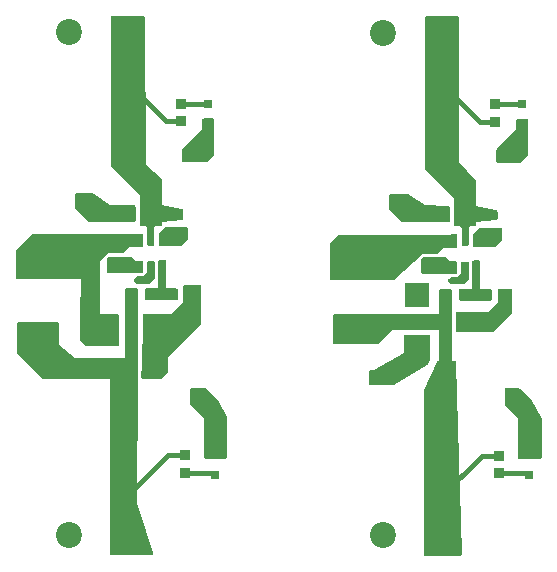
<source format=gtl>
%TF.GenerationSoftware,KiCad,Pcbnew,9.0.0-1.fc41*%
%TF.CreationDate,2025-02-24T21:26:29+02:00*%
%TF.ProjectId,LGS5145 Voltage Regulator,4c475335-3134-4352-9056-6f6c74616765,rev?*%
%TF.SameCoordinates,Original*%
%TF.FileFunction,Copper,L1,Top*%
%TF.FilePolarity,Positive*%
%FSLAX46Y46*%
G04 Gerber Fmt 4.6, Leading zero omitted, Abs format (unit mm)*
G04 Created by KiCad (PCBNEW 9.0.0-1.fc41) date 2025-02-24 21:26:29*
%MOMM*%
%LPD*%
G01*
G04 APERTURE LIST*
%TA.AperFunction,SMDPad,CuDef*%
%ADD10R,0.530000X0.990000*%
%TD*%
%TA.AperFunction,SMDPad,CuDef*%
%ADD11R,0.860000X0.810000*%
%TD*%
%TA.AperFunction,SMDPad,CuDef*%
%ADD12R,0.810000X0.860000*%
%TD*%
%TA.AperFunction,SMDPad,CuDef*%
%ADD13R,0.900000X0.800000*%
%TD*%
%TA.AperFunction,SMDPad,CuDef*%
%ADD14R,1.410000X1.350000*%
%TD*%
%TA.AperFunction,SMDPad,CuDef*%
%ADD15R,3.500000X2.350000*%
%TD*%
%TA.AperFunction,SMDPad,CuDef*%
%ADD16R,2.000000X2.000000*%
%TD*%
%TA.AperFunction,SMDPad,CuDef*%
%ADD17R,0.800000X0.900000*%
%TD*%
%TA.AperFunction,SMDPad,CuDef*%
%ADD18R,0.800000X0.800000*%
%TD*%
%TA.AperFunction,ComponentPad*%
%ADD19C,2.200000*%
%TD*%
%TA.AperFunction,ViaPad*%
%ADD20C,0.600000*%
%TD*%
%TA.AperFunction,Conductor*%
%ADD21C,0.400000*%
%TD*%
%TA.AperFunction,Conductor*%
%ADD22C,0.200000*%
%TD*%
%ADD23C,0.300000*%
%ADD24C,0.350000*%
G04 APERTURE END LIST*
D10*
%TO.P,U1,6,SW*%
%TO.N,Net-(D1-K)*%
X215600000Y-65625000D03*
%TO.P,U1,5,VIN*%
%TO.N,/VIN*%
X216550000Y-65625000D03*
%TO.P,U1,4,EN*%
%TO.N,Net-(U1-EN)*%
X217500000Y-65625000D03*
%TO.P,U1,3,FB*%
%TO.N,Net-(U1-FB)*%
X217500000Y-67925000D03*
%TO.P,U1,2,GND*%
%TO.N,/GND*%
X216550000Y-67925000D03*
%TO.P,U1,1,BST*%
%TO.N,Net-(U1-BST)*%
X215600000Y-67925000D03*
%TD*%
D11*
%TO.P,R3,2,2*%
%TO.N,Net-(U1-EN)*%
X218850000Y-65000000D03*
%TO.P,R3,1,1*%
%TO.N,/VIN*%
X218850000Y-63500000D03*
%TD*%
D12*
%TO.P,R1,2,2*%
%TO.N,/VOUT*%
X215000000Y-70225000D03*
%TO.P,R1,1,1*%
%TO.N,Net-(U1-FB)*%
X216500000Y-70225000D03*
%TD*%
D13*
%TO.P,C3,2,2*%
%TO.N,Net-(D1-K)*%
X213500000Y-66225000D03*
%TO.P,C3,1,1*%
%TO.N,Net-(U1-BST)*%
X213500000Y-67625000D03*
%TD*%
D14*
%TO.P,C1,2,2*%
%TO.N,/VIN*%
X216550000Y-63400000D03*
%TO.P,C1,1,1*%
%TO.N,/GND*%
X214550000Y-63400000D03*
%TD*%
D15*
%TO.P,L1,2,2*%
%TO.N,Net-(D1-K)*%
X207350000Y-67070000D03*
%TO.P,L1,1,1*%
%TO.N,/VOUT*%
X207350000Y-73130000D03*
%TD*%
D16*
%TO.P,D1,2,A*%
%TO.N,/GND*%
X212500000Y-74650000D03*
%TO.P,D1,1,K*%
%TO.N,Net-(D1-K)*%
X212500000Y-70250000D03*
%TD*%
D12*
%TO.P,R2,2,2*%
%TO.N,Net-(U1-FB)*%
X218400000Y-70225000D03*
%TO.P,R2,1,1*%
%TO.N,/GND*%
X219900000Y-70225000D03*
%TD*%
D17*
%TO.P,C2,2,2*%
%TO.N,/VOUT*%
X214950000Y-72450000D03*
%TO.P,C2,1,1*%
%TO.N,/GND*%
X216350000Y-72450000D03*
%TD*%
D11*
%TO.P,R4,1,1*%
%TO.N,Net-(LED1-A)*%
X219100000Y-54100000D03*
%TO.P,R4,2,2*%
%TO.N,/VIN*%
X219100000Y-55600000D03*
%TD*%
D18*
%TO.P,LED2,1,A*%
%TO.N,Net-(LED2-A)*%
X222000000Y-85500000D03*
%TO.P,LED2,2,K*%
%TO.N,/GND*%
X222000000Y-83800000D03*
%TD*%
D11*
%TO.P,R5,1,1*%
%TO.N,Net-(LED2-A)*%
X219400000Y-85350000D03*
%TO.P,R5,2,2*%
%TO.N,/VOUT*%
X219400000Y-83850000D03*
%TD*%
D19*
%TO.P,U3,1,1*%
%TO.N,/GND*%
X209600000Y-90600000D03*
%TO.P,U3,2,2*%
%TO.N,/VOUT*%
X214600000Y-90600000D03*
%TD*%
%TO.P,U2,1,1*%
%TO.N,/VIN*%
X214600000Y-48050000D03*
%TO.P,U2,2,2*%
%TO.N,/GND*%
X209600000Y-48050000D03*
%TD*%
D18*
%TO.P,LED1,1,A*%
%TO.N,Net-(LED1-A)*%
X221350000Y-54100000D03*
%TO.P,LED1,2,K*%
%TO.N,/GND*%
X221350000Y-55800000D03*
%TD*%
D16*
%TO.P,D1,1,K*%
%TO.N,Net-(D1-K)*%
X185900000Y-73150000D03*
%TO.P,D1,2,A*%
%TO.N,/GND*%
X190300000Y-73150000D03*
%TD*%
D14*
%TO.P,C1,1,1*%
%TO.N,/GND*%
X187950000Y-63350000D03*
%TO.P,C1,2,2*%
%TO.N,/VIN*%
X189950000Y-63350000D03*
%TD*%
D13*
%TO.P,C3,2,2*%
%TO.N,Net-(D1-K)*%
X186900000Y-66175000D03*
%TO.P,C3,1,1*%
%TO.N,Net-(U1-BST)*%
X186900000Y-67575000D03*
%TD*%
D12*
%TO.P,R1,1,1*%
%TO.N,Net-(U1-FB)*%
X189900000Y-70175000D03*
%TO.P,R1,2,2*%
%TO.N,/VOUT*%
X188400000Y-70175000D03*
%TD*%
D17*
%TO.P,C2,2,2*%
%TO.N,/VOUT*%
X188200000Y-76575000D03*
%TO.P,C2,1,1*%
%TO.N,/GND*%
X189600000Y-76575000D03*
%TD*%
D12*
%TO.P,R2,1,1*%
%TO.N,/GND*%
X193300000Y-70175000D03*
%TO.P,R2,2,2*%
%TO.N,Net-(U1-FB)*%
X191800000Y-70175000D03*
%TD*%
D11*
%TO.P,R3,1,1*%
%TO.N,/VIN*%
X192250000Y-63450000D03*
%TO.P,R3,2,2*%
%TO.N,Net-(U1-EN)*%
X192250000Y-64950000D03*
%TD*%
D10*
%TO.P,U1,6,SW*%
%TO.N,Net-(D1-K)*%
X189000000Y-65575000D03*
%TO.P,U1,5,VIN*%
%TO.N,/VIN*%
X189950000Y-65575000D03*
%TO.P,U1,4,EN*%
%TO.N,Net-(U1-EN)*%
X190900000Y-65575000D03*
%TO.P,U1,3,FB*%
%TO.N,Net-(U1-FB)*%
X190900000Y-67875000D03*
%TO.P,U1,2,GND*%
%TO.N,/GND*%
X189950000Y-67875000D03*
%TO.P,U1,1,BST*%
%TO.N,Net-(U1-BST)*%
X189000000Y-67875000D03*
%TD*%
D15*
%TO.P,L1,2,2*%
%TO.N,Net-(D1-K)*%
X180400000Y-67700000D03*
%TO.P,L1,1,1*%
%TO.N,/VOUT*%
X180400000Y-73760000D03*
%TD*%
D18*
%TO.P,LED1,2,K*%
%TO.N,/GND*%
X194750000Y-55750000D03*
%TO.P,LED1,1,A*%
%TO.N,Net-(LED1-A)*%
X194750000Y-54050000D03*
%TD*%
D19*
%TO.P,U2,1,1*%
%TO.N,/VIN*%
X188000000Y-48000000D03*
%TO.P,U2,2,2*%
%TO.N,/GND*%
X183000000Y-48000000D03*
%TD*%
D11*
%TO.P,R5,2,2*%
%TO.N,/VOUT*%
X192800000Y-83800000D03*
%TO.P,R5,1,1*%
%TO.N,Net-(LED2-A)*%
X192800000Y-85300000D03*
%TD*%
%TO.P,R4,2,2*%
%TO.N,/VIN*%
X192500000Y-55550000D03*
%TO.P,R4,1,1*%
%TO.N,Net-(LED1-A)*%
X192500000Y-54050000D03*
%TD*%
D18*
%TO.P,LED2,1,A*%
%TO.N,Net-(LED2-A)*%
X195400000Y-85450000D03*
%TO.P,LED2,2,K*%
%TO.N,/GND*%
X195400000Y-83750000D03*
%TD*%
D19*
%TO.P,U3,1,1*%
%TO.N,/GND*%
X183000000Y-90550000D03*
%TO.P,U3,2,2*%
%TO.N,/VOUT*%
X188000000Y-90550000D03*
%TD*%
D20*
%TO.N,/GND*%
X211950000Y-76100000D03*
X211150000Y-76600000D03*
X210200000Y-77100000D03*
X209050000Y-77350000D03*
X219500000Y-71850000D03*
X218850000Y-72350000D03*
X218000000Y-72500000D03*
X221400000Y-79050000D03*
X220400000Y-78650000D03*
X220600000Y-79450000D03*
X219700000Y-58450000D03*
X220500000Y-58450000D03*
X221300000Y-58450000D03*
X184350000Y-62400000D03*
X185100000Y-63000000D03*
X189025000Y-68975000D03*
X189675000Y-68950000D03*
X192825000Y-72600000D03*
X186050000Y-63300000D03*
X193350000Y-71925000D03*
X192250000Y-73250000D03*
X194000000Y-79400000D03*
X194800000Y-79000000D03*
X193800000Y-78600000D03*
X194700000Y-58400000D03*
X193900000Y-58400000D03*
X193100000Y-58400000D03*
X210950000Y-62450000D03*
X211700000Y-63050000D03*
X212650000Y-63350000D03*
X215625000Y-69025000D03*
X216275000Y-69000000D03*
%TD*%
D21*
%TO.N,/VOUT*%
X214550000Y-87300000D02*
X214550000Y-90600000D01*
D22*
%TO.N,Net-(LED2-A)*%
X221850000Y-85350000D02*
X222000000Y-85500000D01*
D21*
%TO.N,/VOUT*%
X218000000Y-83850000D02*
X214550000Y-87300000D01*
%TO.N,/VIN*%
X217850000Y-55600000D02*
X214600000Y-52350000D01*
X219100000Y-55600000D02*
X217850000Y-55600000D01*
%TO.N,/VOUT*%
X219400000Y-83850000D02*
X218000000Y-83850000D01*
%TO.N,Net-(LED1-A)*%
X219100000Y-54100000D02*
X221350000Y-54100000D01*
%TO.N,Net-(LED2-A)*%
X219400000Y-85350000D02*
X221850000Y-85350000D01*
%TO.N,/VIN*%
X214600000Y-52350000D02*
X214600000Y-48050000D01*
%TO.N,Net-(LED2-A)*%
X192800000Y-85300000D02*
X195250000Y-85300000D01*
D22*
X195250000Y-85300000D02*
X195400000Y-85450000D01*
D21*
%TO.N,/VOUT*%
X192800000Y-83800000D02*
X191400000Y-83800000D01*
X191400000Y-83800000D02*
X187950000Y-87250000D01*
X187950000Y-87250000D02*
X187950000Y-90550000D01*
%TO.N,/VIN*%
X192500000Y-55550000D02*
X191250000Y-55550000D01*
X188000000Y-52300000D02*
X188000000Y-48000000D01*
X191250000Y-55550000D02*
X188000000Y-52300000D01*
%TO.N,Net-(LED1-A)*%
X192500000Y-54050000D02*
X194750000Y-54050000D01*
%TD*%
%TA.AperFunction,Conductor*%
%TO.N,/GND*%
G36*
X185096679Y-61669685D02*
G01*
X185098267Y-61670722D01*
X186521160Y-62616209D01*
X188527968Y-62648063D01*
X188594687Y-62668809D01*
X188639598Y-62722332D01*
X188650000Y-62772047D01*
X188650000Y-63926000D01*
X188630315Y-63993039D01*
X188577511Y-64038794D01*
X188526000Y-64050000D01*
X184726362Y-64050000D01*
X184659323Y-64030315D01*
X184638681Y-64013681D01*
X183536319Y-62911319D01*
X183502834Y-62849996D01*
X183500000Y-62823638D01*
X183500000Y-61774000D01*
X183519685Y-61706961D01*
X183572489Y-61661206D01*
X183624000Y-61650000D01*
X185029640Y-61650000D01*
X185096679Y-61669685D01*
G37*
%TD.AperFunction*%
%TD*%
%TA.AperFunction,Conductor*%
%TO.N,Net-(U1-EN)*%
G36*
X193043039Y-64519685D02*
G01*
X193088794Y-64572489D01*
X193100000Y-64624000D01*
X193100000Y-65448638D01*
X193080315Y-65515677D01*
X193063681Y-65536319D01*
X192536319Y-66063681D01*
X192474996Y-66097166D01*
X192448638Y-66100000D01*
X190724000Y-66100000D01*
X190656961Y-66080315D01*
X190611206Y-66027511D01*
X190600000Y-65976000D01*
X190600000Y-65101362D01*
X190619685Y-65034323D01*
X190636319Y-65013681D01*
X191113681Y-64536319D01*
X191175004Y-64502834D01*
X191201362Y-64500000D01*
X192976000Y-64500000D01*
X193043039Y-64519685D01*
G37*
%TD.AperFunction*%
%TD*%
%TA.AperFunction,Conductor*%
%TO.N,/VIN*%
G36*
X189393528Y-46619685D02*
G01*
X189439283Y-46672489D01*
X189450488Y-46723510D01*
X189499999Y-59249999D01*
X189500000Y-59250000D01*
X189511288Y-59260079D01*
X190858586Y-60463023D01*
X190895483Y-60522356D01*
X190900000Y-60555519D01*
X190900000Y-60750000D01*
X190900000Y-64032277D01*
X190900000Y-64276000D01*
X190880315Y-64343039D01*
X190827511Y-64388794D01*
X190776000Y-64400000D01*
X189174000Y-64400000D01*
X189106961Y-64380315D01*
X189061206Y-64327511D01*
X189050000Y-64276000D01*
X189050000Y-61799999D01*
X186586061Y-59321501D01*
X186552757Y-59260079D01*
X186550000Y-59234078D01*
X186550000Y-46724000D01*
X186569685Y-46656961D01*
X186622489Y-46611206D01*
X186674000Y-46600000D01*
X189326489Y-46600000D01*
X189393528Y-46619685D01*
G37*
%TD.AperFunction*%
%TD*%
%TA.AperFunction,Conductor*%
%TO.N,/VIN*%
G36*
X192594857Y-62933824D02*
G01*
X192658122Y-62963472D01*
X192695315Y-63022620D01*
X192700000Y-63056381D01*
X192700000Y-63737922D01*
X192680315Y-63804961D01*
X192627511Y-63850716D01*
X192588493Y-63861291D01*
X190900000Y-64032277D01*
X190900000Y-62673076D01*
X192594857Y-62933824D01*
G37*
%TD.AperFunction*%
%TD*%
%TA.AperFunction,Conductor*%
%TO.N,/VIN*%
G36*
X190250000Y-64524999D02*
G01*
X190250000Y-65926000D01*
X190230315Y-65993039D01*
X190177511Y-66038794D01*
X190126000Y-66050000D01*
X189774000Y-66050000D01*
X189706961Y-66030315D01*
X189661206Y-65977511D01*
X189650000Y-65926000D01*
X189650000Y-64525000D01*
X189525000Y-64400000D01*
X190374999Y-64400000D01*
X190250000Y-64524999D01*
G37*
%TD.AperFunction*%
%TD*%
%TA.AperFunction,Conductor*%
%TO.N,/VOUT*%
G36*
X182143039Y-72619685D02*
G01*
X182188794Y-72672489D01*
X182200000Y-72724000D01*
X182200000Y-74500000D01*
X183500000Y-75600000D01*
X188850000Y-75600000D01*
X188850000Y-77338643D01*
X188849802Y-77345647D01*
X188846727Y-77400000D01*
X188840166Y-77400000D01*
X188850000Y-75775000D01*
X187375000Y-75775000D01*
X186500000Y-75800000D01*
X186500000Y-77400000D01*
X180926362Y-77400000D01*
X180859323Y-77380315D01*
X180838681Y-77363681D01*
X178636319Y-75161319D01*
X178602834Y-75099996D01*
X178600000Y-75073638D01*
X178600000Y-72724000D01*
X178619685Y-72656961D01*
X178672489Y-72611206D01*
X178724000Y-72600000D01*
X182076000Y-72600000D01*
X182143039Y-72619685D01*
G37*
%TD.AperFunction*%
%TD*%
%TA.AperFunction,Conductor*%
%TO.N,Net-(D1-K)*%
G36*
X189176243Y-65124758D02*
G01*
X189243243Y-65144574D01*
X189288895Y-65197467D01*
X189300000Y-65248758D01*
X189300000Y-66101000D01*
X189280315Y-66168039D01*
X189227511Y-66213794D01*
X189176000Y-66225000D01*
X188075000Y-66225000D01*
X187585917Y-66690793D01*
X187523796Y-66722773D01*
X187500400Y-66725000D01*
X186331249Y-66725000D01*
X185650000Y-67406249D01*
X185650000Y-67406250D01*
X185650000Y-71900000D01*
X187126000Y-71900000D01*
X187193039Y-71919685D01*
X187238794Y-71972489D01*
X187250000Y-72024000D01*
X187250000Y-74451000D01*
X187230315Y-74518039D01*
X187177511Y-74563794D01*
X187126000Y-74575000D01*
X185650000Y-74575000D01*
X184535737Y-74575000D01*
X184468698Y-74555315D01*
X184448056Y-74538681D01*
X183986819Y-74077444D01*
X183953334Y-74016121D01*
X183950506Y-73988557D01*
X183969615Y-72024000D01*
X184000000Y-68900000D01*
X178624000Y-68900000D01*
X178556961Y-68880315D01*
X178511206Y-68827511D01*
X178500000Y-68776000D01*
X178500000Y-66550944D01*
X178519685Y-66483905D01*
X178536404Y-66463177D01*
X178899289Y-66101000D01*
X179859198Y-65142964D01*
X179920552Y-65109541D01*
X179947029Y-65106733D01*
X189176243Y-65124758D01*
G37*
%TD.AperFunction*%
%TD*%
%TA.AperFunction,Conductor*%
%TO.N,/GND*%
G36*
X194622385Y-78119685D02*
G01*
X194643027Y-78136319D01*
X195620487Y-79113779D01*
X195642018Y-79142735D01*
X196410822Y-80572500D01*
X196425610Y-80631225D01*
X196425610Y-83976000D01*
X196405925Y-84043039D01*
X196353121Y-84088794D01*
X196301610Y-84100000D01*
X194574000Y-84100000D01*
X194506961Y-84080315D01*
X194461206Y-84027511D01*
X194450000Y-83976000D01*
X194450000Y-80634167D01*
X193500359Y-79700353D01*
X193499619Y-79699619D01*
X193336319Y-79536319D01*
X193302834Y-79474996D01*
X193300000Y-79448638D01*
X193300000Y-78224000D01*
X193319685Y-78156961D01*
X193372489Y-78111206D01*
X193424000Y-78100000D01*
X194555346Y-78100000D01*
X194622385Y-78119685D01*
G37*
%TD.AperFunction*%
%TD*%
%TA.AperFunction,Conductor*%
%TO.N,/GND*%
G36*
X195243039Y-55319685D02*
G01*
X195288794Y-55372489D01*
X195300000Y-55424000D01*
X195300000Y-58273638D01*
X195280315Y-58340677D01*
X195263681Y-58361319D01*
X194661319Y-58963681D01*
X194599996Y-58997166D01*
X194573638Y-59000000D01*
X192724000Y-59000000D01*
X192656961Y-58980315D01*
X192611206Y-58927511D01*
X192600000Y-58876000D01*
X192600000Y-57926362D01*
X192619685Y-57859323D01*
X192636319Y-57838681D01*
X194300000Y-56175000D01*
X194300000Y-55424000D01*
X194319685Y-55356961D01*
X194372489Y-55311206D01*
X194424000Y-55300000D01*
X195176000Y-55300000D01*
X195243039Y-55319685D01*
G37*
%TD.AperFunction*%
%TD*%
%TA.AperFunction,Conductor*%
%TO.N,/VOUT*%
G36*
X188840338Y-77371544D02*
G01*
X188840338Y-77371545D01*
X188776485Y-87923352D01*
X188776486Y-87923359D01*
X188909458Y-88329633D01*
X188909458Y-88329634D01*
X188909459Y-88329634D01*
X190155727Y-92137429D01*
X190157872Y-92207266D01*
X190121920Y-92267176D01*
X190059285Y-92298138D01*
X190037878Y-92300000D01*
X186624000Y-92300000D01*
X186556961Y-92280315D01*
X186511206Y-92227511D01*
X186500000Y-92176000D01*
X186500000Y-77400000D01*
X186500000Y-75800000D01*
X187375000Y-75775000D01*
X188850000Y-75775000D01*
X188840338Y-77371544D01*
G37*
%TD.AperFunction*%
%TD*%
%TA.AperFunction,Conductor*%
%TO.N,/GND*%
G36*
X190218039Y-67394685D02*
G01*
X190263794Y-67447489D01*
X190275000Y-67499000D01*
X190275000Y-68811138D01*
X190255315Y-68878177D01*
X190238681Y-68898819D01*
X189873819Y-69263681D01*
X189812496Y-69297166D01*
X189786138Y-69300000D01*
X188788862Y-69300000D01*
X188759421Y-69291355D01*
X188729435Y-69284832D01*
X188724419Y-69281077D01*
X188721823Y-69280315D01*
X188701181Y-69263681D01*
X188561319Y-69123819D01*
X188527834Y-69062496D01*
X188525000Y-69036138D01*
X188525000Y-68948237D01*
X188544685Y-68881198D01*
X188561319Y-68860556D01*
X188735556Y-68686319D01*
X188796879Y-68652834D01*
X188823237Y-68650000D01*
X189306250Y-68650000D01*
X189600000Y-68356250D01*
X189600000Y-67499000D01*
X189619685Y-67431961D01*
X189672489Y-67386206D01*
X189724000Y-67375000D01*
X190151000Y-67375000D01*
X190218039Y-67394685D01*
G37*
%TD.AperFunction*%
%TD*%
%TA.AperFunction,Conductor*%
%TO.N,/GND*%
G36*
X194102700Y-69418529D02*
G01*
X194169462Y-69439130D01*
X194214489Y-69492555D01*
X194225000Y-69542517D01*
X194225000Y-72617388D01*
X194205315Y-72684427D01*
X194188681Y-72705069D01*
X192587296Y-74306453D01*
X192582585Y-74309601D01*
X191400000Y-75492186D01*
X191400000Y-76736138D01*
X191380315Y-76803177D01*
X191363681Y-76823819D01*
X190848819Y-77338681D01*
X190787496Y-77372166D01*
X190761138Y-77375000D01*
X189275021Y-77375000D01*
X189207982Y-77355315D01*
X189162227Y-77302511D01*
X189151025Y-77249984D01*
X189159892Y-76168063D01*
X189173556Y-74501057D01*
X189193790Y-74434183D01*
X189210226Y-74414040D01*
X189300000Y-74325000D01*
X189299998Y-74325000D01*
X189299999Y-74324999D01*
X189278246Y-74272176D01*
X189261206Y-74252511D01*
X189250000Y-74201000D01*
X189250000Y-71949000D01*
X189269685Y-71881961D01*
X189322489Y-71836206D01*
X189374000Y-71825000D01*
X191718750Y-71825000D01*
X192700000Y-70843750D01*
X192700000Y-69525024D01*
X192719685Y-69457985D01*
X192772489Y-69412230D01*
X192825694Y-69401036D01*
X194102700Y-69418529D01*
G37*
%TD.AperFunction*%
%TD*%
%TA.AperFunction,Conductor*%
%TO.N,/VOUT*%
G36*
X188793039Y-69694685D02*
G01*
X188838794Y-69747489D01*
X188850000Y-69799000D01*
X188850000Y-75600000D01*
X187775000Y-75600000D01*
X187775000Y-69799000D01*
X187794685Y-69731961D01*
X187847489Y-69686206D01*
X187899000Y-69675000D01*
X188726000Y-69675000D01*
X188793039Y-69694685D01*
G37*
%TD.AperFunction*%
%TD*%
%TA.AperFunction,Conductor*%
%TO.N,Net-(U1-BST)*%
G36*
X188371927Y-67044685D02*
G01*
X188392569Y-67061319D01*
X188681250Y-67350000D01*
X189151000Y-67350000D01*
X189218039Y-67369685D01*
X189263794Y-67422489D01*
X189275000Y-67474000D01*
X189275000Y-68276000D01*
X189255315Y-68343039D01*
X189202511Y-68388794D01*
X189151000Y-68400000D01*
X186374000Y-68400000D01*
X186306961Y-68380315D01*
X186261206Y-68327511D01*
X186250000Y-68276000D01*
X186250000Y-67149000D01*
X186269685Y-67081961D01*
X186322489Y-67036206D01*
X186374000Y-67025000D01*
X188304888Y-67025000D01*
X188371927Y-67044685D01*
G37*
%TD.AperFunction*%
%TD*%
%TA.AperFunction,Conductor*%
%TO.N,Net-(U1-FB)*%
G36*
X191193039Y-67294685D02*
G01*
X191238794Y-67347489D01*
X191250000Y-67399000D01*
X191250000Y-69700000D01*
X192101000Y-69700000D01*
X192168039Y-69719685D01*
X192213794Y-69772489D01*
X192225000Y-69824000D01*
X192225000Y-70551000D01*
X192205315Y-70618039D01*
X192152511Y-70663794D01*
X192101000Y-70675000D01*
X189574000Y-70675000D01*
X189506961Y-70655315D01*
X189461206Y-70602511D01*
X189450000Y-70551000D01*
X189450000Y-69799000D01*
X189469685Y-69731961D01*
X189522489Y-69686206D01*
X189574000Y-69675000D01*
X190550000Y-69675000D01*
X190550000Y-67399000D01*
X190569685Y-67331961D01*
X190622489Y-67286206D01*
X190674000Y-67275000D01*
X191126000Y-67275000D01*
X191193039Y-67294685D01*
G37*
%TD.AperFunction*%
%TD*%
%TA.AperFunction,Conductor*%
%TO.N,/GND*%
G36*
X216818039Y-67444685D02*
G01*
X216863794Y-67497489D01*
X216875000Y-67549000D01*
X216875000Y-68861138D01*
X216855315Y-68928177D01*
X216838681Y-68948819D01*
X216473819Y-69313681D01*
X216412496Y-69347166D01*
X216386138Y-69350000D01*
X215388862Y-69350000D01*
X215359421Y-69341355D01*
X215329435Y-69334832D01*
X215324419Y-69331077D01*
X215321823Y-69330315D01*
X215301181Y-69313681D01*
X215161319Y-69173819D01*
X215127834Y-69112496D01*
X215125000Y-69086138D01*
X215125000Y-68998237D01*
X215144685Y-68931198D01*
X215161319Y-68910556D01*
X215335556Y-68736319D01*
X215396879Y-68702834D01*
X215423237Y-68700000D01*
X215906250Y-68700000D01*
X216200000Y-68406250D01*
X216200000Y-67549000D01*
X216219685Y-67481961D01*
X216272489Y-67436206D01*
X216324000Y-67425000D01*
X216751000Y-67425000D01*
X216818039Y-67444685D01*
G37*
%TD.AperFunction*%
%TD*%
%TA.AperFunction,Conductor*%
%TO.N,/VOUT*%
G36*
X215393039Y-69744685D02*
G01*
X215438794Y-69797489D01*
X215450000Y-69849000D01*
X215450000Y-75850000D01*
X214375000Y-75850000D01*
X214375000Y-69849000D01*
X214394685Y-69781961D01*
X214447489Y-69736206D01*
X214499000Y-69725000D01*
X215326000Y-69725000D01*
X215393039Y-69744685D01*
G37*
%TD.AperFunction*%
%TD*%
%TA.AperFunction,Conductor*%
%TO.N,Net-(D1-K)*%
G36*
X215776243Y-65174758D02*
G01*
X215843243Y-65194574D01*
X215888895Y-65247467D01*
X215900000Y-65298758D01*
X215900000Y-66151000D01*
X215880315Y-66218039D01*
X215827511Y-66263794D01*
X215776000Y-66275000D01*
X214675000Y-66275000D01*
X214185917Y-66740793D01*
X214123796Y-66772773D01*
X214100400Y-66775000D01*
X212931249Y-66775000D01*
X212252189Y-67454060D01*
X212247729Y-67458305D01*
X210635429Y-68917926D01*
X210572519Y-68948325D01*
X210552208Y-68950000D01*
X205224000Y-68950000D01*
X205156961Y-68930315D01*
X205111206Y-68877511D01*
X205100000Y-68826000D01*
X205100000Y-65902999D01*
X205119685Y-65835960D01*
X205136404Y-65815232D01*
X205653888Y-65298758D01*
X205761254Y-65191601D01*
X205822608Y-65158178D01*
X205849085Y-65155370D01*
X215776243Y-65174758D01*
G37*
%TD.AperFunction*%
%TD*%
%TA.AperFunction,Conductor*%
%TO.N,Net-(U1-BST)*%
G36*
X214971927Y-67094685D02*
G01*
X214992569Y-67111319D01*
X215281250Y-67400000D01*
X215751000Y-67400000D01*
X215818039Y-67419685D01*
X215863794Y-67472489D01*
X215875000Y-67524000D01*
X215875000Y-68326000D01*
X215855315Y-68393039D01*
X215802511Y-68438794D01*
X215751000Y-68450000D01*
X212974000Y-68450000D01*
X212906961Y-68430315D01*
X212861206Y-68377511D01*
X212850000Y-68326000D01*
X212850000Y-67199000D01*
X212869685Y-67131961D01*
X212922489Y-67086206D01*
X212974000Y-67075000D01*
X214904888Y-67075000D01*
X214971927Y-67094685D01*
G37*
%TD.AperFunction*%
%TD*%
%TA.AperFunction,Conductor*%
%TO.N,/VOUT*%
G36*
X214375000Y-73250000D02*
G01*
X210387500Y-73250000D01*
X210387499Y-73250000D01*
X209857838Y-73762934D01*
X209236061Y-74365077D01*
X209174211Y-74397573D01*
X209149800Y-74400000D01*
X205524000Y-74400000D01*
X205456961Y-74380315D01*
X205411206Y-74327511D01*
X205400000Y-74276000D01*
X205400000Y-71974000D01*
X205419685Y-71906961D01*
X205472489Y-71861206D01*
X205524000Y-71850000D01*
X214375000Y-71850000D01*
X214375000Y-73250000D01*
G37*
%TD.AperFunction*%
%TD*%
%TA.AperFunction,Conductor*%
%TO.N,Net-(U1-EN)*%
G36*
X219643039Y-64569685D02*
G01*
X219688794Y-64622489D01*
X219700000Y-64674000D01*
X219700000Y-65498638D01*
X219680315Y-65565677D01*
X219663681Y-65586319D01*
X219136319Y-66113681D01*
X219074996Y-66147166D01*
X219048638Y-66150000D01*
X217324000Y-66150000D01*
X217256961Y-66130315D01*
X217211206Y-66077511D01*
X217200000Y-66026000D01*
X217200000Y-65151362D01*
X217219685Y-65084323D01*
X217236319Y-65063681D01*
X217713681Y-64586319D01*
X217775004Y-64552834D01*
X217801362Y-64550000D01*
X219576000Y-64550000D01*
X219643039Y-64569685D01*
G37*
%TD.AperFunction*%
%TD*%
%TA.AperFunction,Conductor*%
%TO.N,/VIN*%
G36*
X216850000Y-64574999D02*
G01*
X216850000Y-65976000D01*
X216830315Y-66043039D01*
X216777511Y-66088794D01*
X216726000Y-66100000D01*
X216374000Y-66100000D01*
X216306961Y-66080315D01*
X216261206Y-66027511D01*
X216250000Y-65976000D01*
X216250000Y-64575000D01*
X216125000Y-64450000D01*
X216974999Y-64450000D01*
X216850000Y-64574999D01*
G37*
%TD.AperFunction*%
%TD*%
%TA.AperFunction,Conductor*%
%TO.N,/GND*%
G36*
X211696679Y-61719685D02*
G01*
X211698267Y-61720722D01*
X213121160Y-62666209D01*
X215127968Y-62698063D01*
X215194687Y-62718809D01*
X215239598Y-62772332D01*
X215250000Y-62822047D01*
X215250000Y-63976000D01*
X215230315Y-64043039D01*
X215177511Y-64088794D01*
X215126000Y-64100000D01*
X211326362Y-64100000D01*
X211259323Y-64080315D01*
X211238681Y-64063681D01*
X210136319Y-62961319D01*
X210102834Y-62899996D01*
X210100000Y-62873638D01*
X210100000Y-61824000D01*
X210119685Y-61756961D01*
X210172489Y-61711206D01*
X210224000Y-61700000D01*
X211629640Y-61700000D01*
X211696679Y-61719685D01*
G37*
%TD.AperFunction*%
%TD*%
%TA.AperFunction,Conductor*%
%TO.N,/VIN*%
G36*
X219200917Y-63079675D02*
G01*
X219262634Y-63112430D01*
X219296845Y-63173351D01*
X219300000Y-63201146D01*
X219300000Y-63787922D01*
X219280315Y-63854961D01*
X219227511Y-63900716D01*
X219188493Y-63911291D01*
X217500000Y-64082277D01*
X217500000Y-62730769D01*
X219200917Y-63079675D01*
G37*
%TD.AperFunction*%
%TD*%
%TA.AperFunction,Conductor*%
%TO.N,/VIN*%
G36*
X215993039Y-46669685D02*
G01*
X216038794Y-46722489D01*
X216050000Y-46774000D01*
X216050000Y-58982852D01*
X216049999Y-58982852D01*
X217469927Y-60630289D01*
X217498784Y-60693921D01*
X217500000Y-60711244D01*
X217500000Y-64082277D01*
X217500000Y-64326000D01*
X217480315Y-64393039D01*
X217427511Y-64438794D01*
X217376000Y-64450000D01*
X215774000Y-64450000D01*
X215706961Y-64430315D01*
X215661206Y-64377511D01*
X215650000Y-64326000D01*
X215650000Y-62002273D01*
X215649999Y-62002272D01*
X213187852Y-59624063D01*
X213153309Y-59563330D01*
X213150000Y-59534875D01*
X213150000Y-46774000D01*
X213169685Y-46706961D01*
X213222489Y-46661206D01*
X213274000Y-46650000D01*
X215926000Y-46650000D01*
X215993039Y-46669685D01*
G37*
%TD.AperFunction*%
%TD*%
%TA.AperFunction,Conductor*%
%TO.N,Net-(U1-FB)*%
G36*
X217793039Y-67344685D02*
G01*
X217838794Y-67397489D01*
X217850000Y-67449000D01*
X217850000Y-69750000D01*
X218701000Y-69750000D01*
X218768039Y-69769685D01*
X218813794Y-69822489D01*
X218825000Y-69874000D01*
X218825000Y-70601000D01*
X218805315Y-70668039D01*
X218752511Y-70713794D01*
X218701000Y-70725000D01*
X216174000Y-70725000D01*
X216106961Y-70705315D01*
X216061206Y-70652511D01*
X216050000Y-70601000D01*
X216050000Y-69849000D01*
X216069685Y-69781961D01*
X216122489Y-69736206D01*
X216174000Y-69725000D01*
X217150000Y-69725000D01*
X217150000Y-67449000D01*
X217169685Y-67381961D01*
X217222489Y-67336206D01*
X217274000Y-67325000D01*
X217726000Y-67325000D01*
X217793039Y-67344685D01*
G37*
%TD.AperFunction*%
%TD*%
%TA.AperFunction,Conductor*%
%TO.N,/GND*%
G36*
X221843039Y-55369685D02*
G01*
X221888794Y-55422489D01*
X221900000Y-55474000D01*
X221900000Y-58323638D01*
X221880315Y-58390677D01*
X221863681Y-58411319D01*
X221261319Y-59013681D01*
X221199996Y-59047166D01*
X221173638Y-59050000D01*
X219324000Y-59050000D01*
X219256961Y-59030315D01*
X219211206Y-58977511D01*
X219200000Y-58926000D01*
X219200000Y-57976362D01*
X219219685Y-57909323D01*
X219236319Y-57888681D01*
X220900000Y-56225000D01*
X220900000Y-55474000D01*
X220919685Y-55406961D01*
X220972489Y-55361206D01*
X221024000Y-55350000D01*
X221776000Y-55350000D01*
X221843039Y-55369685D01*
G37*
%TD.AperFunction*%
%TD*%
%TA.AperFunction,Conductor*%
%TO.N,/VOUT*%
G36*
X215746457Y-75869685D02*
G01*
X215792212Y-75922489D01*
X215803370Y-75970534D01*
X216257802Y-92222534D01*
X216239998Y-92290098D01*
X216188494Y-92337311D01*
X216133850Y-92350000D01*
X213224000Y-92350000D01*
X213156961Y-92330315D01*
X213111206Y-92277511D01*
X213100000Y-92226000D01*
X213100000Y-78368852D01*
X213110555Y-78318790D01*
X214167372Y-75923938D01*
X214212446Y-75870552D01*
X214279228Y-75850010D01*
X214280817Y-75850000D01*
X214375000Y-75850000D01*
X215450000Y-75850000D01*
X215679418Y-75850000D01*
X215746457Y-75869685D01*
G37*
%TD.AperFunction*%
%TD*%
%TA.AperFunction,Conductor*%
%TO.N,/GND*%
G36*
X221222385Y-78169685D02*
G01*
X221243027Y-78186319D01*
X222220487Y-79163779D01*
X222242018Y-79192735D01*
X223010822Y-80622500D01*
X223025610Y-80681225D01*
X223025610Y-84026000D01*
X223005925Y-84093039D01*
X222953121Y-84138794D01*
X222901610Y-84150000D01*
X221174000Y-84150000D01*
X221106961Y-84130315D01*
X221061206Y-84077511D01*
X221050000Y-84026000D01*
X221050000Y-80684167D01*
X220100359Y-79750353D01*
X220099619Y-79749619D01*
X219936319Y-79586319D01*
X219902834Y-79524996D01*
X219900000Y-79498638D01*
X219900000Y-78274000D01*
X219919685Y-78206961D01*
X219972489Y-78161206D01*
X220024000Y-78150000D01*
X221155346Y-78150000D01*
X221222385Y-78169685D01*
G37*
%TD.AperFunction*%
%TD*%
%TA.AperFunction,Conductor*%
%TO.N,/GND*%
G36*
X220493039Y-69769685D02*
G01*
X220538794Y-69822489D01*
X220550000Y-69874000D01*
X220550000Y-71698638D01*
X220530315Y-71765677D01*
X220513681Y-71786319D01*
X218986319Y-73313681D01*
X218924996Y-73347166D01*
X218898638Y-73350000D01*
X215874000Y-73350000D01*
X215806961Y-73330315D01*
X215761206Y-73277511D01*
X215750000Y-73226000D01*
X215750000Y-71824000D01*
X215769685Y-71756961D01*
X215822489Y-71711206D01*
X215874000Y-71700000D01*
X218487500Y-71700000D01*
X219300000Y-70887500D01*
X219300000Y-70250000D01*
X219300000Y-69874000D01*
X219319685Y-69806961D01*
X219372489Y-69761206D01*
X219424000Y-69750000D01*
X220426000Y-69750000D01*
X220493039Y-69769685D01*
G37*
%TD.AperFunction*%
%TD*%
%TA.AperFunction,Conductor*%
%TO.N,/GND*%
G36*
X213543039Y-73619685D02*
G01*
X213588794Y-73672489D01*
X213600000Y-73724000D01*
X213600000Y-75719258D01*
X213585640Y-75777181D01*
X213396048Y-76136051D01*
X213350414Y-76184332D01*
X210533177Y-77882204D01*
X210469171Y-77900000D01*
X208524000Y-77900000D01*
X208456961Y-77880315D01*
X208411206Y-77827511D01*
X208400000Y-77776000D01*
X208400000Y-76724000D01*
X208419685Y-76656961D01*
X208472489Y-76611206D01*
X208524000Y-76600000D01*
X208841501Y-76600000D01*
X208841502Y-76600000D01*
X211400000Y-75204542D01*
X211400000Y-73724000D01*
X211419685Y-73656961D01*
X211472489Y-73611206D01*
X211524000Y-73600000D01*
X213476000Y-73600000D01*
X213543039Y-73619685D01*
G37*
%TD.AperFunction*%
%TD*%
D23*
X211950000Y-76100000D03*
X211150000Y-76600000D03*
X210200000Y-77100000D03*
X209050000Y-77350000D03*
X219500000Y-71850000D03*
X218850000Y-72350000D03*
X218000000Y-72500000D03*
X221400000Y-79050000D03*
X220400000Y-78650000D03*
X220600000Y-79450000D03*
X219700000Y-58450000D03*
X220500000Y-58450000D03*
X221300000Y-58450000D03*
X184350000Y-62400000D03*
X185100000Y-63000000D03*
X189025000Y-68975000D03*
X189675000Y-68950000D03*
X192825000Y-72600000D03*
X186050000Y-63300000D03*
X193350000Y-71925000D03*
X192250000Y-73250000D03*
X194000000Y-79400000D03*
X194800000Y-79000000D03*
X193800000Y-78600000D03*
X194700000Y-58400000D03*
X193900000Y-58400000D03*
X193100000Y-58400000D03*
X210950000Y-62450000D03*
X211700000Y-63050000D03*
X212650000Y-63350000D03*
X215625000Y-69025000D03*
X216275000Y-69000000D03*
D24*
X209600000Y-90600000D03*
X214600000Y-90600000D03*
X214600000Y-48050000D03*
X209600000Y-48050000D03*
X188000000Y-48000000D03*
X183000000Y-48000000D03*
X183000000Y-90550000D03*
X188000000Y-90550000D03*
M02*

</source>
